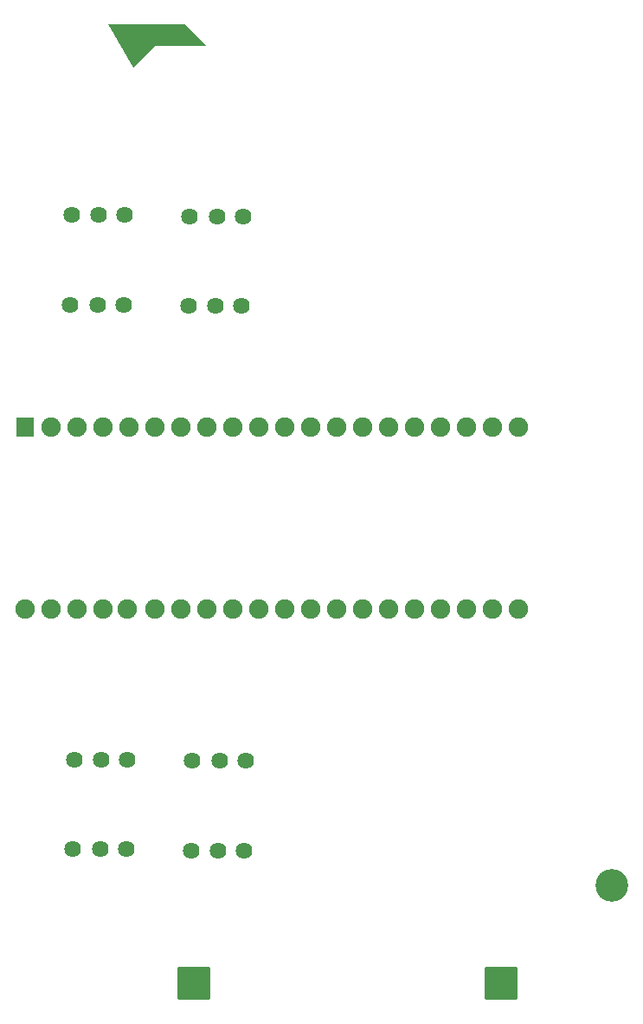
<source format=gts>
G04 Layer: TopSolderMaskLayer*
G04 EasyEDA v6.5.22, 2023-01-23 21:57:17*
G04 de8440b1728b4b1fa777d768a3c70a3b,04e00c2877c74564a5b2718db8136e36,10*
G04 Gerber Generator version 0.2*
G04 Scale: 100 percent, Rotated: No, Reflected: No *
G04 Dimensions in millimeters *
G04 leading zeros omitted , absolute positions ,4 integer and 5 decimal *
%FSLAX45Y45*%
%MOMM*%

%AMMACRO1*1,1,$1,$2,$3*1,1,$1,$4,$5*1,1,$1,0-$2,0-$3*1,1,$1,0-$4,0-$5*20,1,$1,$2,$3,$4,$5,0*20,1,$1,$4,$5,0-$2,0-$3,0*20,1,$1,0-$2,0-$3,0-$4,0-$5,0*20,1,$1,0-$4,0-$5,$2,$3,0*4,1,4,$2,$3,$4,$5,0-$2,0-$3,0-$4,0-$5,$2,$3,0*%
%ADD10C,1.6256*%
%ADD11C,1.9016*%
%ADD12MACRO1,0.1016X-0.7874X0.9X0.7874X0.9*%
%ADD13MACRO1,0.2032X-1.5X1.5X1.5X1.5*%
%ADD14C,3.2032*%

%LPD*%
G36*
X1155700Y9664700D02*
G01*
X1400454Y9236354D01*
X1612900Y9448800D01*
X2120900Y9448800D01*
X1905000Y9664700D01*
G37*
D10*
G01*
X1346200Y2476500D03*
G01*
X1092200Y2476500D03*
G01*
X825500Y2476500D03*
D11*
G01*
X5170347Y5726429D03*
G01*
X4916347Y5726429D03*
G01*
X4662347Y5726429D03*
G01*
X4408347Y5726429D03*
G01*
X4154347Y5726429D03*
G01*
X3900347Y5726429D03*
G01*
X3646347Y5726429D03*
G01*
X3392347Y5726429D03*
G01*
X3138347Y5726429D03*
G01*
X2884347Y5726429D03*
G01*
X2630347Y5726429D03*
G01*
X2376347Y5726429D03*
G01*
X2122347Y5726429D03*
G01*
X1868347Y5726429D03*
G01*
X1614347Y5726429D03*
G01*
X1360347Y5726429D03*
G01*
X1106347Y5726429D03*
G01*
X852347Y5726429D03*
G01*
X598347Y5726429D03*
D12*
G01*
X344357Y5726437D03*
D11*
G01*
X5170347Y3948429D03*
G01*
X4916347Y3948429D03*
G01*
X4662347Y3948429D03*
G01*
X4408347Y3948429D03*
G01*
X4154347Y3948429D03*
G01*
X3900347Y3948429D03*
G01*
X3646347Y3948429D03*
G01*
X3392347Y3948429D03*
G01*
X3138347Y3948429D03*
G01*
X2884347Y3948429D03*
G01*
X2630347Y3948429D03*
G01*
X2376347Y3948429D03*
G01*
X2122347Y3948429D03*
G01*
X1868347Y3948429D03*
G01*
X1614347Y3948429D03*
G01*
X1340027Y3948429D03*
G01*
X1106347Y3948429D03*
G01*
X852347Y3948429D03*
G01*
X598347Y3948429D03*
G01*
X344347Y3948429D03*
D13*
G01*
X1999995Y289999D03*
G01*
X4999989Y289999D03*
D10*
G01*
X812800Y1600200D03*
G01*
X1079500Y1600200D03*
G01*
X1333500Y1600200D03*
G01*
X2489200Y1587500D03*
G01*
X2235200Y1587500D03*
G01*
X1968500Y1587500D03*
G01*
X1981200Y2463800D03*
G01*
X2247900Y2463800D03*
G01*
X2501900Y2463800D03*
G01*
X2476500Y7785100D03*
G01*
X2222500Y7785100D03*
G01*
X1955800Y7785100D03*
G01*
X1943100Y6908800D03*
G01*
X2209800Y6908800D03*
G01*
X2463800Y6908800D03*
G01*
X1308100Y6921500D03*
G01*
X1054100Y6921500D03*
G01*
X787400Y6921500D03*
G01*
X800100Y7797800D03*
G01*
X1066800Y7797800D03*
G01*
X1320800Y7797800D03*
D14*
G01*
X6083300Y1244600D03*
M02*

</source>
